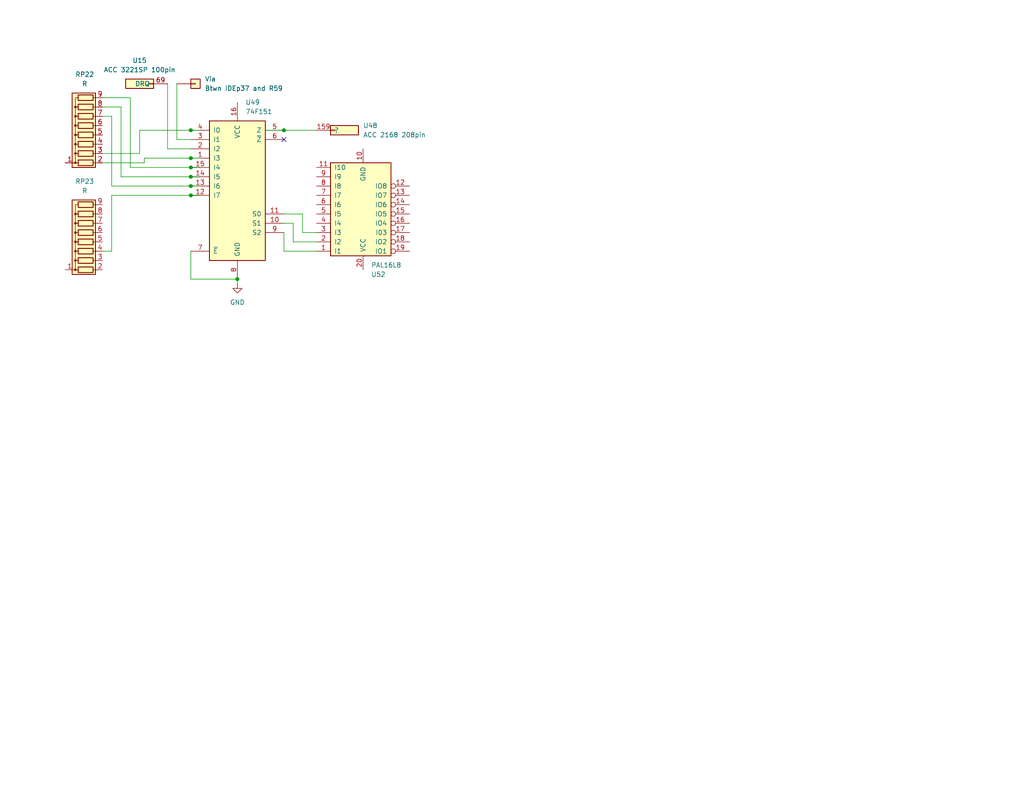
<source format=kicad_sch>
(kicad_sch (version 20231120) (generator "eeschema") (generator_version "8.0")
  (paper "A")
  (title_block (title "PB410 74F151") (date "2024-12-08"))
  (lib_symbols
    (symbol "74xx:74LS151" (pin_names (offset 1.016))
      (property "Reference" "U49" (at 2.1941 22.86 0))
      (property "Value" "74F151" (at 2.1941 20.32 0))
      (symbol "74LS151_1_0"
        (pin input line (at -12.7 7.62 0) (length 5.08) (name "I3") (number "1"))
        (pin input line (at 12.7 -10.16 180) (length 5.08) (name "S1") (number "10"))
        (pin input line (at 12.7 -7.62 180) (length 5.08) (name "S0") (number "11"))
        (pin input line (at -12.7 -2.54 0) (length 5.08) (name "I7") (number "12"))
        (pin input line (at -12.7 0 0) (length 5.08) (name "I6") (number "13"))
        (pin input line (at -12.7 2.54 0) (length 5.08) (name "I5") (number "14"))
        (pin input line (at -12.7 5.08 0) (length 5.08) (name "I4") (number "15"))
        (pin power_in line (at 0 22.86 270) (length 5.08) (name "VCC") (number "16"))
        (pin input line (at -12.7 10.16 0) (length 5.08) (name "I2") (number "2"))
        (pin input line (at -12.7 12.7 0) (length 5.08) (name "I1") (number "3"))
        (pin input line (at -12.7 15.24 0) (length 5.08) (name "I0") (number "4"))
        (pin output line (at 12.7 15.24 180) (length 5.08) (name "Z") (number "5"))
        (pin output line (at 12.7 12.7 180) (length 5.08) (name "~{Z}") (number "6"))
        (pin input line (at -12.7 -17.78 0) (length 5.08) (name "~{E}") (number "7"))
        (pin power_in line (at 0 -25.4 90) (length 5.08) (name "GND") (number "8"))
        (pin input line (at 12.7 -12.7 180) (length 5.08) (name "S2") (number "9"))
      )
      (symbol "74LS151_1_1"
        (rectangle (start -7.62 17.78) (end 7.62 -20.32) (stroke (width 0.254)) (fill (type background)))
      )
    )
    (symbol "Conn_01x01_1" (pin_names (offset 1.016))
      (property "Reference" "U15" (at 7.366 1.27 0))
      (property "Value" "ACC 3221SP 100pin" (at 7.366 -1.27 0))
      (symbol "Conn_01x01_1_1_1"
        (rectangle (start -1.27 0.127) (end 0 -0.127) (stroke (width 0.1524)))
        (rectangle (start -1.27 1.27) (end 6.35 -1.27) (stroke (width 0.254)) (fill (type background)))
        (pin output line (at -5.08 0 0) (length 3.81) (name "DRQ") (number "69"))
      )
    )
    (symbol "Conn_01x01_2" (pin_names (offset 1.016))
      (property "Reference" "U48" (at 7.62 1.2701 0))
      (property "Value" "ACC 2168 208pin" (at 7.62 -1.2699 0))
      (symbol "Conn_01x01_2_1_1"
        (rectangle (start -1.27 0.127) (end 0 -0.127) (stroke (width 0.1524)))
        (rectangle (start -1.27 1.27) (end 6.35 -1.27) (stroke (width 0.254)) (fill (type background)))
        (pin output line (at -5.08 0 0) (length 3.81) (name "?") (number "159"))
      )
    )
    (symbol "Connector_Generic:Conn_01x01" (pin_numbers hide) (pin_names (offset 1.016) hide)
      (property "Reference" "J" (at 0 2.54 0))
      (property "Value" "Conn_01x01" (at 0 -2.54 0))
      (symbol "Conn_01x01_1_1"
        (rectangle (start -1.27 0.127) (end 0 -0.127) (stroke (width 0.1524)))
        (rectangle (start -1.27 1.27) (end 1.27 -1.27) (stroke (width 0.254)) (fill (type background)))
        (pin passive line (at -5.08 0 0) (length 3.81) (name "Pin_1") (number "1"))
      )
    )
    (symbol "Device:R_Network08" (pin_names (offset 0) hide)
      (property "Reference" "RN" (at -12.7 0 90))
      (property "Value" "R_Network08" (at 10.16 0 90))
      (symbol "R_Network08_0_1"
        (rectangle (start -11.43 -3.175) (end 8.89 3.175) (stroke (width 0.254)) (fill (type background)))
        (rectangle (start -10.922 1.524) (end -9.398 -2.54) (stroke (width 0.254)))
        (circle (center -10.16 2.286) (radius 0.254) (fill (type outline)))
        (rectangle (start -8.382 1.524) (end -6.858 -2.54) (stroke (width 0.254)))
        (circle (center -7.62 2.286) (radius 0.254) (fill (type outline)))
        (rectangle (start -5.842 1.524) (end -4.318 -2.54) (stroke (width 0.254)))
        (circle (center -5.08 2.286) (radius 0.254) (fill (type outline)))
        (rectangle (start -3.302 1.524) (end -1.778 -2.54) (stroke (width 0.254)))
        (circle (center -2.54 2.286) (radius 0.254) (fill (type outline)))
        (rectangle (start -0.762 1.524) (end 0.762 -2.54) (stroke (width 0.254)))
        (polyline (pts (xy -10.16 -2.54) (xy -10.16 -3.81)))
        (polyline (pts (xy -7.62 -2.54) (xy -7.62 -3.81)))
        (polyline (pts (xy -5.08 -2.54) (xy -5.08 -3.81)))
        (polyline (pts (xy -2.54 -2.54) (xy -2.54 -3.81)))
        (polyline (pts (xy 0 -2.54) (xy 0 -3.81)))
        (polyline (pts (xy 2.54 -2.54) (xy 2.54 -3.81)))
        (polyline (pts (xy 5.08 -2.54) (xy 5.08 -3.81)))
        (polyline (pts (xy 7.62 -2.54) (xy 7.62 -3.81)))
        (polyline (pts (xy -10.16 1.524) (xy -10.16 2.286) (xy -7.62 2.286) (xy -7.62 1.524)))
        (polyline (pts (xy -7.62 1.524) (xy -7.62 2.286) (xy -5.08 2.286) (xy -5.08 1.524)))
        (polyline (pts (xy -5.08 1.524) (xy -5.08 2.286) (xy -2.54 2.286) (xy -2.54 1.524)))
        (polyline (pts (xy -2.54 1.524) (xy -2.54 2.286) (xy 0 2.286) (xy 0 1.524)))
        (polyline (pts (xy 0 1.524) (xy 0 2.286) (xy 2.54 2.286) (xy 2.54 1.524)))
        (polyline (pts (xy 2.54 1.524) (xy 2.54 2.286) (xy 5.08 2.286) (xy 5.08 1.524)))
        (polyline (pts (xy 5.08 1.524) (xy 5.08 2.286) (xy 7.62 2.286) (xy 7.62 1.524)))
        (circle (center 0 2.286) (radius 0.254) (fill (type outline)))
        (rectangle (start 1.778 1.524) (end 3.302 -2.54) (stroke (width 0.254)))
        (circle (center 2.54 2.286) (radius 0.254) (fill (type outline)))
        (rectangle (start 4.318 1.524) (end 5.842 -2.54) (stroke (width 0.254)))
        (circle (center 5.08 2.286) (radius 0.254) (fill (type outline)))
        (rectangle (start 6.858 1.524) (end 8.382 -2.54) (stroke (width 0.254)))
      )
      (symbol "R_Network08_1_1"
        (pin passive line (at -10.16 5.08 270) (length 2.54) (name "common") (number "1"))
        (pin passive line (at -10.16 -5.08 90) (length 1.27) (name "R1") (number "2"))
        (pin passive line (at -7.62 -5.08 90) (length 1.27) (name "R2") (number "3"))
        (pin passive line (at -5.08 -5.08 90) (length 1.27) (name "R3") (number "4"))
        (pin passive line (at -2.54 -5.08 90) (length 1.27) (name "R4") (number "5"))
        (pin passive line (at 0 -5.08 90) (length 1.27) (name "R5") (number "6"))
        (pin passive line (at 2.54 -5.08 90) (length 1.27) (name "R6") (number "7"))
        (pin passive line (at 5.08 -5.08 90) (length 1.27) (name "R7") (number "8"))
        (pin passive line (at 7.62 -5.08 90) (length 1.27) (name "R8") (number "9"))
      )
    )
    (symbol "Logic_Programmable:PAL16L8" (pin_names (offset 1.016))
      (property "Reference" "U" (at -8.89 16.51 0))
      (property "Value" "PAL16L8" (at 1.27 16.51 0))
      (symbol "PAL16L8_0_0"
        (pin power_in line (at 0 -15.24 90) (length 3.81) (name "GND") (number "10"))
        (pin power_in line (at 0 17.78 270) (length 3.81) (name "VCC") (number "20"))
      )
      (symbol "PAL16L8_0_1"
        (rectangle (start -8.89 13.97) (end 7.62 -11.43) (stroke (width 0.254)) (fill (type background)))
      )
      (symbol "PAL16L8_1_1"
        (pin input line (at -12.7 12.7 0) (length 3.81) (name "I1") (number "1"))
        (pin input line (at -12.7 -10.16 0) (length 3.81) (name "I10") (number "11"))
        (pin tri_state inverted (at 12.7 -5.08 180) (length 5.08) (name "IO8") (number "12"))
        (pin tri_state inverted (at 12.7 -2.54 180) (length 5.08) (name "IO7") (number "13"))
        (pin tri_state inverted (at 12.7 0 180) (length 5.08) (name "IO6") (number "14"))
        (pin tri_state inverted (at 12.7 2.54 180) (length 5.08) (name "IO5") (number "15"))
        (pin tri_state inverted (at 12.7 5.08 180) (length 5.08) (name "IO4") (number "16"))
        (pin tri_state inverted (at 12.7 7.62 180) (length 5.08) (name "I03") (number "17"))
        (pin tri_state inverted (at 12.7 10.16 180) (length 5.08) (name "IO2") (number "18"))
        (pin tri_state inverted (at 12.7 12.7 180) (length 5.08) (name "IO1") (number "19"))
        (pin input line (at -12.7 10.16 0) (length 3.81) (name "I2") (number "2"))
        (pin input line (at -12.7 7.62 0) (length 3.81) (name "I3") (number "3"))
        (pin input line (at -12.7 5.08 0) (length 3.81) (name "I4") (number "4"))
        (pin input line (at -12.7 2.54 0) (length 3.81) (name "I5") (number "5"))
        (pin input line (at -12.7 0 0) (length 3.81) (name "I6") (number "6"))
        (pin input line (at -12.7 -2.54 0) (length 3.81) (name "I7") (number "7"))
        (pin input line (at -12.7 -5.08 0) (length 3.81) (name "I8") (number "8"))
        (pin input line (at -12.7 -7.62 0) (length 3.81) (name "I9") (number "9"))
      )
    )
    (symbol "power:GND" (power) (pin_numbers hide) (pin_names (offset 0) hide)
      (property "Value" "GND" (at 0 -3.81 0))
      (symbol "GND_0_1"
        (polyline (pts (xy 0 0) (xy 0 -1.27) (xy 1.27 -1.27) (xy 0 -2.54) (xy -1.27 -1.27) (xy 0 -1.27)))
      )
      (symbol "GND_1_1"
        (pin power_in line (at 0 0 270) (length 0) (name "~") (number "1"))
      )
    )
  )
  (junction (at 52.07 35.56))
  (junction (at 52.07 43.18))
  (junction (at 52.07 50.8))
  (junction (at 64.77 76.2))
  (junction (at 52.07 45.72))
  (junction (at 52.07 48.26))
  (junction (at 77.47 35.56))
  (junction (at 52.07 53.34))
  (no_connect (at 77.47 38.1))
  (wire (pts (xy 27.94 68.58) (xy 30.48 68.58)))
  (wire (pts (xy 30.48 53.34) (xy 30.48 68.58)))
  (wire (pts (xy 52.07 43.18) (xy 39.37 43.18)))
  (wire (pts (xy 54.61 35.56) (xy 52.07 35.56)))
  (wire (pts (xy 35.56 45.72) (xy 35.56 26.67)))
  (wire (pts (xy 33.02 48.26) (xy 33.02 29.21)))
  (wire (pts (xy 54.61 50.8) (xy 52.07 50.8)))
  (wire (pts (xy 77.47 35.56) (xy 86.36 35.56)))
  (wire (pts (xy 82.55 58.42) (xy 82.55 63.5)))
  (wire (pts (xy 82.55 63.5) (xy 86.36 63.5)))
  (wire (pts (xy 38.1 35.56) (xy 52.07 35.56)))
  (wire (pts (xy 80.01 60.96) (xy 80.01 66.04)))
  (wire (pts (xy 54.61 45.72) (xy 52.07 45.72)))
  (wire (pts (xy 52.07 53.34) (xy 30.48 53.34)))
  (wire (pts (xy 52.07 40.64) (xy 45.72 40.64)))
  (wire (pts (xy 30.48 31.75) (xy 27.94 31.75)))
  (wire (pts (xy 48.26 38.1) (xy 52.07 38.1)))
  (wire (pts (xy 77.47 63.5) (xy 77.47 68.58)))
  (wire (pts (xy 54.61 48.26) (xy 52.07 48.26)))
  (wire (pts (xy 52.07 76.2) (xy 64.77 76.2)))
  (wire (pts (xy 33.02 29.21) (xy 27.94 29.21)))
  (wire (pts (xy 48.26 22.86) (xy 48.26 38.1)))
  (wire (pts (xy 54.61 43.18) (xy 52.07 43.18)))
  (wire (pts (xy 27.94 26.67) (xy 35.56 26.67)))
  (wire (pts (xy 38.1 41.91) (xy 38.1 35.56)))
  (wire (pts (xy 52.07 68.58) (xy 52.07 76.2)))
  (wire (pts (xy 45.72 40.64) (xy 45.72 22.86)))
  (wire (pts (xy 77.47 58.42) (xy 82.55 58.42)))
  (wire (pts (xy 30.48 50.8) (xy 30.48 31.75)))
  (wire (pts (xy 54.61 53.34) (xy 52.07 53.34)))
  (wire (pts (xy 80.01 66.04) (xy 86.36 66.04)))
  (wire (pts (xy 52.07 50.8) (xy 30.48 50.8)))
  (wire (pts (xy 77.47 68.58) (xy 86.36 68.58)))
  (wire (pts (xy 64.77 76.2) (xy 64.77 77.47)))
  (wire (pts (xy 39.37 43.18) (xy 39.37 44.45)))
  (wire (pts (xy 52.07 48.26) (xy 33.02 48.26)))
  (wire (pts (xy 27.94 41.91) (xy 38.1 41.91)))
  (wire (pts (xy 77.47 60.96) (xy 80.01 60.96)))
  (wire (pts (xy 52.07 45.72) (xy 35.56 45.72)))
  (wire (pts (xy 39.37 44.45) (xy 27.94 44.45)))
  (wire (pts (xy 72.39 35.56) (xy 77.47 35.56)))
  (symbol (lib_id "power:GND") (at 64.77 77.47 0) (unit 1)
    (property "Reference" "#PWR01" (effects (hide yes)))
    (property "Value" "GND" (at 64.77 82.55 0))
    (property "Description" "Power symbol creates a global label with name \"GND\" , ground" (effects (hide yes)))
  )
  (symbol (lib_id "Logic_Programmable:PAL16L8") (at 99.06 55.88 0) (mirror x) (unit 1)
    (property "Reference" "U52" (at 101.2541 74.93 0) (effects (justify left)))
    (property "Value" "PAL16L8" (at 101.2541 72.39 0) (effects (justify left)))
    (property "Description" "Programmable Logic Array, DIP-20" (effects (hide yes)))
  )
  (symbol (lib_id "Connector_Generic:Conn_01x01") (at 53.34 22.86 0) (unit 1)
    (property "Reference" "Via" (at 55.88 21.5899 0) (effects (justify left)))
    (property "Value" "Btwn IDEp37 and R59" (at 55.88 24.1299 0) (effects (justify left)))
    (property "Description" "Generic connector, single row, 01x01, script generated (kicad-library-utils/schlib/autogen/connector/)" (effects (hide yes)))
  )
  (symbol (lib_id "74xx:74LS151") (at 64.77 50.8 0) (unit 1)
    (property "Reference" "U49" (at 66.9641 27.94 0) (effects (justify left)))
    (property "Value" "74F151" (at 66.9641 30.48 0) (effects (justify left)))
    (property "Datasheet" "http://www.ti.com/lit/gpn/sn74LS151" (effects (hide yes)))
    (property "Description" "Multiplexer 8 to 1" (effects (hide yes)))
  )
  (symbol (lib_name "Conn_01x01_1") (lib_id "Connector_Generic:Conn_01x01") (at 40.64 22.86 180) (unit 1)
    (property "Reference" "U15" (at 38.1 16.51 0))
    (property "Value" "ACC 3221SP 100pin" (at 38.1 19.05 0))
    (property "Datasheet" "https://theretroweb.com/chip/documentation/acc32221-6454ac4436239460019197.pdf" (effects (hide yes)))
    (property "Description" "ACC Micro 3221SP IO chip" (effects (hide yes)))
  )
  (symbol (lib_id "Device:R_Network08") (at 22.86 34.29 90) (unit 1)
    (property "Reference" "RP22" (at 23.114 20.32 90))
    (property "Value" "R" (at 23.114 22.86 90))
    (property "Footprint" "Resistor_THT:R_Array_SIP9" (effects (hide yes)))
    (property "Datasheet" "http://www.vishay.com/docs/31509/csc.pdf" (effects (hide yes)))
    (property "Description" "8 resistor network, star topology, bussed resistors, small symbol" (effects (hide yes)))
  )
  (symbol (lib_id "Device:R_Network08") (at 22.86 63.5 90) (unit 1)
    (property "Reference" "RP23" (at 23.114 49.53 90))
    (property "Value" "R" (at 23.114 52.07 90))
    (property "Footprint" "Resistor_THT:R_Array_SIP9" (effects (hide yes)))
    (property "Datasheet" "http://www.vishay.com/docs/31509/csc.pdf" (effects (hide yes)))
    (property "Description" "8 resistor network, star topology, bussed resistors, small symbol" (effects (hide yes)))
  )
  (symbol (lib_name "Conn_01x01_2") (lib_id "Connector_Generic:Conn_01x01") (at 91.44 35.56 0) (unit 1)
    (property "Reference" "U48" (at 99.06 34.2899 0) (effects (justify left)))
    (property "Value" "ACC 2168 208pin" (at 99.06 36.8299 0) (effects (justify left)))
    (property "Datasheet" "https://theretroweb.com/chip/documentation/acc32221-6454ac4436239460019197.pdf" (effects (hide yes)))
    (property "Description" "ACC Micro 3221SP IO chip" (effects (hide yes)))
  )
)
</source>
